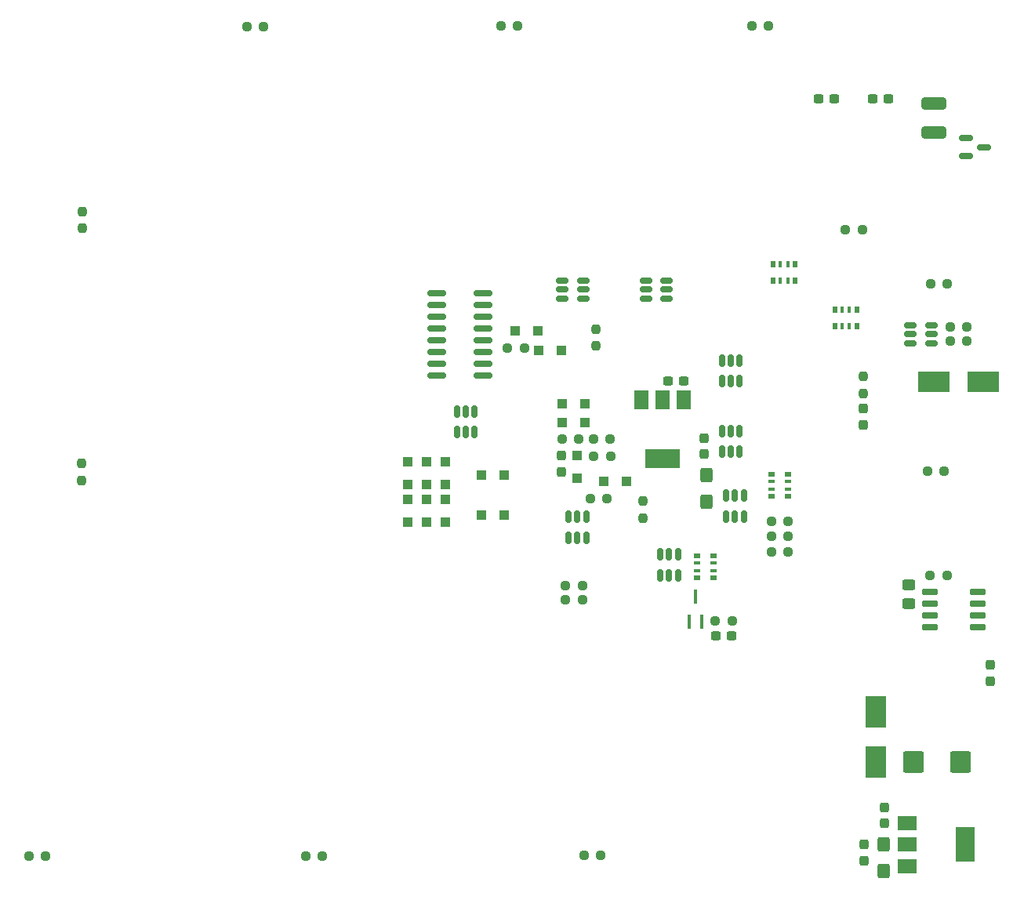
<source format=gbr>
%TF.GenerationSoftware,KiCad,Pcbnew,6.0.10*%
%TF.CreationDate,2023-02-06T19:48:01+03:00*%
%TF.ProjectId,multistepper,6d756c74-6973-4746-9570-7065722e6b69,rev?*%
%TF.SameCoordinates,Original*%
%TF.FileFunction,Paste,Bot*%
%TF.FilePolarity,Positive*%
%FSLAX46Y46*%
G04 Gerber Fmt 4.6, Leading zero omitted, Abs format (unit mm)*
G04 Created by KiCad (PCBNEW 6.0.10) date 2023-02-06 19:48:01*
%MOMM*%
%LPD*%
G01*
G04 APERTURE LIST*
G04 Aperture macros list*
%AMRoundRect*
0 Rectangle with rounded corners*
0 $1 Rounding radius*
0 $2 $3 $4 $5 $6 $7 $8 $9 X,Y pos of 4 corners*
0 Add a 4 corners polygon primitive as box body*
4,1,4,$2,$3,$4,$5,$6,$7,$8,$9,$2,$3,0*
0 Add four circle primitives for the rounded corners*
1,1,$1+$1,$2,$3*
1,1,$1+$1,$4,$5*
1,1,$1+$1,$6,$7*
1,1,$1+$1,$8,$9*
0 Add four rect primitives between the rounded corners*
20,1,$1+$1,$2,$3,$4,$5,0*
20,1,$1+$1,$4,$5,$6,$7,0*
20,1,$1+$1,$6,$7,$8,$9,0*
20,1,$1+$1,$8,$9,$2,$3,0*%
G04 Aperture macros list end*
%ADD10RoundRect,0.150000X-0.512500X-0.150000X0.512500X-0.150000X0.512500X0.150000X-0.512500X0.150000X0*%
%ADD11RoundRect,0.237500X-0.250000X-0.237500X0.250000X-0.237500X0.250000X0.237500X-0.250000X0.237500X0*%
%ADD12RoundRect,0.250000X-0.425000X0.537500X-0.425000X-0.537500X0.425000X-0.537500X0.425000X0.537500X0*%
%ADD13R,1.000000X1.000000*%
%ADD14R,0.500000X0.800000*%
%ADD15R,0.400000X0.800000*%
%ADD16R,0.800000X0.500000*%
%ADD17R,0.800000X0.400000*%
%ADD18RoundRect,0.150000X-0.587500X-0.150000X0.587500X-0.150000X0.587500X0.150000X-0.587500X0.150000X0*%
%ADD19RoundRect,0.150000X-0.150000X0.512500X-0.150000X-0.512500X0.150000X-0.512500X0.150000X0.512500X0*%
%ADD20RoundRect,0.237500X0.250000X0.237500X-0.250000X0.237500X-0.250000X-0.237500X0.250000X-0.237500X0*%
%ADD21RoundRect,0.237500X-0.237500X0.300000X-0.237500X-0.300000X0.237500X-0.300000X0.237500X0.300000X0*%
%ADD22RoundRect,0.150000X0.825000X0.150000X-0.825000X0.150000X-0.825000X-0.150000X0.825000X-0.150000X0*%
%ADD23RoundRect,0.150000X0.512500X0.150000X-0.512500X0.150000X-0.512500X-0.150000X0.512500X-0.150000X0*%
%ADD24RoundRect,0.237500X0.300000X0.237500X-0.300000X0.237500X-0.300000X-0.237500X0.300000X-0.237500X0*%
%ADD25RoundRect,0.237500X0.237500X-0.250000X0.237500X0.250000X-0.237500X0.250000X-0.237500X-0.250000X0*%
%ADD26RoundRect,0.250000X0.450000X-0.325000X0.450000X0.325000X-0.450000X0.325000X-0.450000X-0.325000X0*%
%ADD27R,2.300000X3.500000*%
%ADD28RoundRect,0.237500X0.237500X-0.300000X0.237500X0.300000X-0.237500X0.300000X-0.237500X-0.300000X0*%
%ADD29R,2.000000X1.500000*%
%ADD30R,2.000000X3.800000*%
%ADD31R,3.500000X2.300000*%
%ADD32RoundRect,0.237500X-0.300000X-0.237500X0.300000X-0.237500X0.300000X0.237500X-0.300000X0.237500X0*%
%ADD33RoundRect,0.250000X-0.875000X-0.925000X0.875000X-0.925000X0.875000X0.925000X-0.875000X0.925000X0*%
%ADD34RoundRect,0.237500X-0.237500X0.250000X-0.237500X-0.250000X0.237500X-0.250000X0.237500X0.250000X0*%
%ADD35R,0.450000X1.500000*%
%ADD36RoundRect,0.150000X-0.725000X-0.150000X0.725000X-0.150000X0.725000X0.150000X-0.725000X0.150000X0*%
%ADD37R,1.500000X2.000000*%
%ADD38R,3.800000X2.000000*%
%ADD39RoundRect,0.250000X-1.075000X0.400000X-1.075000X-0.400000X1.075000X-0.400000X1.075000X0.400000X0*%
G04 APERTURE END LIST*
D10*
%TO.C,D3*%
X115189000Y-75880000D03*
X115189000Y-74930000D03*
X115189000Y-73980000D03*
X117464000Y-73980000D03*
X117464000Y-74930000D03*
X117464000Y-75880000D03*
%TD*%
D11*
%TO.C,R5*%
X137771500Y-103276400D03*
X139596500Y-103276400D03*
%TD*%
%TO.C,R8*%
X118213500Y-97536000D03*
X120038500Y-97536000D03*
%TD*%
%TO.C,R12*%
X118619900Y-92913200D03*
X120444900Y-92913200D03*
%TD*%
D12*
%TO.C,C28*%
X149910800Y-134874000D03*
X149910800Y-137749000D03*
%TD*%
D13*
%TO.C,D20*%
X116840000Y-95331600D03*
X116840000Y-92831600D03*
%TD*%
%TO.C,D23*%
X112623600Y-81483200D03*
X115123600Y-81483200D03*
%TD*%
D14*
%TO.C,RN3*%
X147021400Y-78903400D03*
D15*
X146221400Y-78903400D03*
X145421400Y-78903400D03*
D14*
X144621400Y-78903400D03*
X144621400Y-77103400D03*
D15*
X145421400Y-77103400D03*
X146221400Y-77103400D03*
D14*
X147021400Y-77103400D03*
%TD*%
D13*
%TO.C,D10*%
X100584000Y-100056000D03*
X100584000Y-97556000D03*
%TD*%
%TO.C,D17*%
X100584000Y-95992000D03*
X100584000Y-93492000D03*
%TD*%
D16*
%TO.C,RN4*%
X137784000Y-97262800D03*
D17*
X137784000Y-96462800D03*
X137784000Y-95662800D03*
D16*
X137784000Y-94862800D03*
X139584000Y-94862800D03*
D17*
X139584000Y-95662800D03*
X139584000Y-96462800D03*
D16*
X139584000Y-97262800D03*
%TD*%
D18*
%TO.C,D24*%
X158828500Y-60487600D03*
X158828500Y-58587600D03*
X160703500Y-59537600D03*
%TD*%
D19*
%TO.C,D4*%
X103850400Y-88067300D03*
X104800400Y-88067300D03*
X105750400Y-88067300D03*
X105750400Y-90342300D03*
X104800400Y-90342300D03*
X103850400Y-90342300D03*
%TD*%
D20*
%TO.C,R16*%
X158900500Y-80524000D03*
X157075500Y-80524000D03*
%TD*%
D11*
%TO.C,R6*%
X109272700Y-81280000D03*
X111097700Y-81280000D03*
%TD*%
D21*
%TO.C,C29*%
X147828000Y-134875100D03*
X147828000Y-136600100D03*
%TD*%
D20*
%TO.C,R34*%
X147622900Y-68503800D03*
X145797900Y-68503800D03*
%TD*%
D22*
%TO.C,U7*%
X106615000Y-75311000D03*
X106615000Y-76581000D03*
X106615000Y-77851000D03*
X106615000Y-79121000D03*
X106615000Y-80391000D03*
X106615000Y-81661000D03*
X106615000Y-82931000D03*
X106615000Y-84201000D03*
X101665000Y-84201000D03*
X101665000Y-82931000D03*
X101665000Y-81661000D03*
X101665000Y-80391000D03*
X101665000Y-79121000D03*
X101665000Y-77851000D03*
X101665000Y-76581000D03*
X101665000Y-75311000D03*
%TD*%
D13*
%TO.C,D12*%
X106446000Y-99314000D03*
X108946000Y-99314000D03*
%TD*%
D23*
%TO.C,D2*%
X126492000Y-73980000D03*
X126492000Y-74930000D03*
X126492000Y-75880000D03*
X124217000Y-75880000D03*
X124217000Y-74930000D03*
X124217000Y-73980000D03*
%TD*%
%TO.C,U3*%
X155061500Y-78812000D03*
X155061500Y-79762000D03*
X155061500Y-80712000D03*
X152786500Y-80712000D03*
X152786500Y-79762000D03*
X152786500Y-78812000D03*
%TD*%
D11*
%TO.C,R28*%
X135671650Y-46423200D03*
X137496650Y-46423200D03*
%TD*%
D13*
%TO.C,D19*%
X108946000Y-94996000D03*
X106446000Y-94996000D03*
%TD*%
D11*
%TO.C,R26*%
X81145200Y-46546854D03*
X82970200Y-46546854D03*
%TD*%
%TO.C,R27*%
X108566275Y-46485027D03*
X110391275Y-46485027D03*
%TD*%
D24*
%TO.C,C10*%
X144575700Y-54356000D03*
X142850700Y-54356000D03*
%TD*%
D25*
%TO.C,R32*%
X63329200Y-95516400D03*
X63329200Y-93691400D03*
%TD*%
D13*
%TO.C,D9*%
X98552000Y-100056000D03*
X98552000Y-97556000D03*
%TD*%
%TO.C,D15*%
X110103600Y-79400400D03*
X112603600Y-79400400D03*
%TD*%
D26*
%TO.C,D25*%
X152654000Y-108873400D03*
X152654000Y-106823400D03*
%TD*%
D11*
%TO.C,R19*%
X154941900Y-105765600D03*
X156766900Y-105765600D03*
%TD*%
D13*
%TO.C,D21*%
X115183600Y-89306400D03*
X117683600Y-89306400D03*
%TD*%
D20*
%TO.C,R7*%
X116992400Y-91084400D03*
X115167400Y-91084400D03*
%TD*%
D14*
%TO.C,RN1*%
X137941200Y-72201200D03*
D15*
X138741200Y-72201200D03*
X139541200Y-72201200D03*
D14*
X140341200Y-72201200D03*
X140341200Y-74001200D03*
D15*
X139541200Y-74001200D03*
X138741200Y-74001200D03*
D14*
X137941200Y-74001200D03*
%TD*%
D19*
%TO.C,D7*%
X132908000Y-97160500D03*
X133858000Y-97160500D03*
X134808000Y-97160500D03*
X134808000Y-99435500D03*
X133858000Y-99435500D03*
X132908000Y-99435500D03*
%TD*%
D27*
%TO.C,D27*%
X149098000Y-120548400D03*
X149098000Y-125948400D03*
%TD*%
D13*
%TO.C,D11*%
X102616000Y-100056000D03*
X102616000Y-97556000D03*
%TD*%
D20*
%TO.C,R30*%
X89294800Y-136076800D03*
X87469800Y-136076800D03*
%TD*%
D28*
%TO.C,C27*%
X150012400Y-132586900D03*
X150012400Y-130861900D03*
%TD*%
D24*
%TO.C,C11*%
X150418800Y-54356000D03*
X148693800Y-54356000D03*
%TD*%
D28*
%TO.C,C13*%
X161442400Y-117194500D03*
X161442400Y-115469500D03*
%TD*%
D29*
%TO.C,U8*%
X152450000Y-137174000D03*
X152450000Y-134874000D03*
D30*
X158750000Y-134874000D03*
D29*
X152450000Y-132574000D03*
%TD*%
D19*
%TO.C,D6*%
X125796000Y-103510500D03*
X126746000Y-103510500D03*
X127696000Y-103510500D03*
X127696000Y-105785500D03*
X126746000Y-105785500D03*
X125796000Y-105785500D03*
%TD*%
D20*
%TO.C,R17*%
X158900500Y-79000000D03*
X157075500Y-79000000D03*
%TD*%
D31*
%TO.C,D22*%
X155296000Y-84923000D03*
X160696000Y-84923000D03*
%TD*%
D32*
%TO.C,C12*%
X131776300Y-112318800D03*
X133501300Y-112318800D03*
%TD*%
D12*
%TO.C,C16*%
X130810000Y-94980900D03*
X130810000Y-97855900D03*
%TD*%
D28*
%TO.C,C18*%
X130505200Y-92708900D03*
X130505200Y-90983900D03*
%TD*%
D25*
%TO.C,R22*%
X118872000Y-81026000D03*
X118872000Y-79201000D03*
%TD*%
D13*
%TO.C,D16*%
X98552000Y-95992000D03*
X98552000Y-93492000D03*
%TD*%
D20*
%TO.C,R31*%
X59433725Y-136076800D03*
X57608725Y-136076800D03*
%TD*%
D13*
%TO.C,D13*%
X122174000Y-95656400D03*
X119674000Y-95656400D03*
%TD*%
D19*
%TO.C,D1*%
X132433000Y-82561000D03*
X133383000Y-82561000D03*
X134333000Y-82561000D03*
X134333000Y-84836000D03*
X133383000Y-84836000D03*
X132433000Y-84836000D03*
%TD*%
D13*
%TO.C,D18*%
X102616000Y-95992000D03*
X102616000Y-93492000D03*
%TD*%
D11*
%TO.C,R15*%
X137771500Y-101600000D03*
X139596500Y-101600000D03*
%TD*%
D25*
%TO.C,R1*%
X147726400Y-86154900D03*
X147726400Y-84329900D03*
%TD*%
D33*
%TO.C,C17*%
X153101200Y-125933200D03*
X158201200Y-125933200D03*
%TD*%
D19*
%TO.C,D8*%
X132433000Y-90181000D03*
X133383000Y-90181000D03*
X134333000Y-90181000D03*
X134333000Y-92456000D03*
X133383000Y-92456000D03*
X132433000Y-92456000D03*
%TD*%
D28*
%TO.C,C8*%
X115112800Y-94588500D03*
X115112800Y-92863500D03*
%TD*%
D16*
%TO.C,RN2*%
X131557600Y-103651200D03*
D17*
X131557600Y-104451200D03*
X131557600Y-105251200D03*
D16*
X131557600Y-106051200D03*
X129757600Y-106051200D03*
D17*
X129757600Y-105251200D03*
X129757600Y-104451200D03*
D16*
X129757600Y-103651200D03*
%TD*%
D20*
%TO.C,R29*%
X119354800Y-136016800D03*
X117529800Y-136016800D03*
%TD*%
D24*
%TO.C,C15*%
X128319700Y-84836000D03*
X126594700Y-84836000D03*
%TD*%
D19*
%TO.C,D5*%
X115890000Y-99446500D03*
X116840000Y-99446500D03*
X117790000Y-99446500D03*
X117790000Y-101721500D03*
X116840000Y-101721500D03*
X115890000Y-101721500D03*
%TD*%
D21*
%TO.C,C3*%
X147726400Y-87783500D03*
X147726400Y-89508500D03*
%TD*%
D11*
%TO.C,R20*%
X131726300Y-110744000D03*
X133551300Y-110744000D03*
%TD*%
D34*
%TO.C,R21*%
X123952000Y-97790000D03*
X123952000Y-99615000D03*
%TD*%
D20*
%TO.C,R4*%
X156462100Y-94538800D03*
X154637100Y-94538800D03*
%TD*%
D11*
%TO.C,R3*%
X154967300Y-74345800D03*
X156792300Y-74345800D03*
%TD*%
D20*
%TO.C,R13*%
X120394100Y-91084400D03*
X118569100Y-91084400D03*
%TD*%
D13*
%TO.C,D14*%
X117683600Y-87274400D03*
X115183600Y-87274400D03*
%TD*%
D35*
%TO.C,U4*%
X130240800Y-110753200D03*
X128940800Y-110753200D03*
X129590800Y-108093200D03*
%TD*%
D36*
%TO.C,Q2*%
X154905000Y-111379000D03*
X154905000Y-110109000D03*
X154905000Y-108839000D03*
X154905000Y-107569000D03*
X160055000Y-107569000D03*
X160055000Y-108839000D03*
X160055000Y-110109000D03*
X160055000Y-111379000D03*
%TD*%
D11*
%TO.C,R24*%
X115571900Y-108407200D03*
X117396900Y-108407200D03*
%TD*%
%TO.C,R14*%
X137771500Y-99923600D03*
X139596500Y-99923600D03*
%TD*%
%TO.C,R25*%
X115571900Y-106883200D03*
X117396900Y-106883200D03*
%TD*%
D37*
%TO.C,U6*%
X123734800Y-86868000D03*
D38*
X126034800Y-93168000D03*
D37*
X126034800Y-86868000D03*
X128334800Y-86868000D03*
%TD*%
D39*
%TO.C,R18*%
X155295600Y-54838000D03*
X155295600Y-57938000D03*
%TD*%
D25*
%TO.C,R23*%
X63357200Y-68328800D03*
X63357200Y-66503800D03*
%TD*%
M02*

</source>
